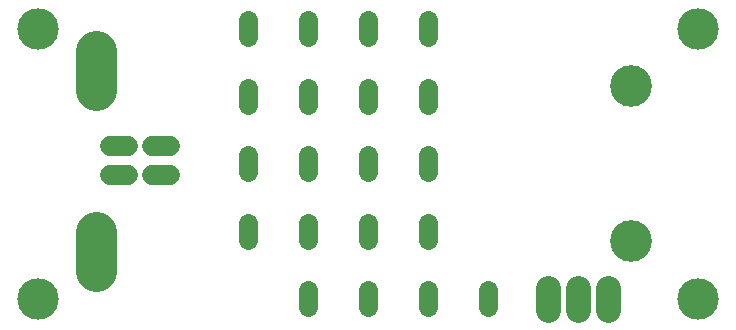
<source format=gbs>
G75*
%MOIN*%
%OFA0B0*%
%FSLAX24Y24*%
%IPPOS*%
%LPD*%
%AMOC8*
5,1,8,0,0,1.08239X$1,22.5*
%
%ADD10C,0.0680*%
%ADD11C,0.1380*%
%ADD12C,0.1390*%
%ADD13C,0.1380*%
%ADD14C,0.0820*%
%ADD15C,0.0640*%
D10*
X004461Y005618D02*
X005061Y005618D01*
X005841Y005618D02*
X006441Y005618D01*
X006441Y006602D02*
X005841Y006602D01*
X005053Y006610D02*
X004453Y006610D01*
D11*
X003991Y008480D02*
X003991Y009780D01*
X003991Y003740D02*
X003991Y002440D01*
D12*
X021811Y003425D03*
X021811Y008595D03*
D13*
X002061Y001510D03*
X002061Y010510D03*
X024061Y010510D03*
X024061Y001510D03*
D14*
X021061Y001880D02*
X021061Y001140D01*
X020061Y001140D02*
X020061Y001880D01*
X019061Y001880D02*
X019061Y001140D01*
D15*
X017061Y001230D02*
X017061Y001790D01*
X015061Y001790D02*
X015061Y001230D01*
X013061Y001230D02*
X013061Y001790D01*
X011061Y001790D02*
X011061Y001230D01*
X011061Y003480D02*
X011061Y004040D01*
X009061Y004040D02*
X009061Y003480D01*
X013061Y003480D02*
X013061Y004040D01*
X015061Y004040D02*
X015061Y003480D01*
X015061Y005730D02*
X015061Y006290D01*
X013061Y006290D02*
X013061Y005730D01*
X011061Y005730D02*
X011061Y006290D01*
X009061Y006290D02*
X009061Y005730D01*
X009061Y007980D02*
X009061Y008540D01*
X011061Y008540D02*
X011061Y007980D01*
X013061Y007980D02*
X013061Y008540D01*
X015061Y008540D02*
X015061Y007980D01*
X015061Y010230D02*
X015061Y010790D01*
X013061Y010790D02*
X013061Y010230D01*
X011061Y010230D02*
X011061Y010790D01*
X009061Y010790D02*
X009061Y010230D01*
M02*

</source>
